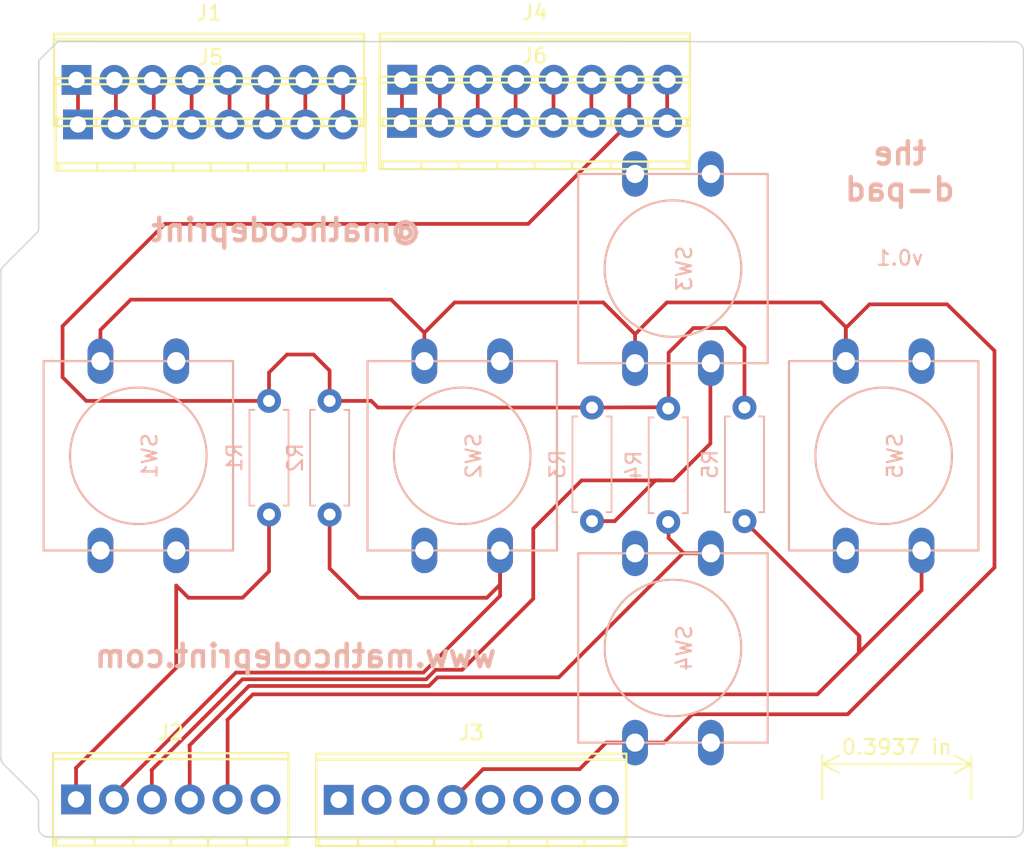
<source format=kicad_pcb>
(kicad_pcb (version 20171130) (host pcbnew 6.0.0-rc1-unknown-32d262b~66~ubuntu14.04.1)

  (general
    (thickness 1.6)
    (drawings 30)
    (tracks 133)
    (zones 0)
    (modules 16)
    (nets 23)
  )

  (page A)
  (layers
    (0 F.Cu signal)
    (31 B.Cu signal)
    (32 B.Adhes user hide)
    (33 F.Adhes user hide)
    (34 B.Paste user hide)
    (35 F.Paste user hide)
    (36 B.SilkS user)
    (37 F.SilkS user)
    (38 B.Mask user)
    (39 F.Mask user)
    (40 Dwgs.User user hide)
    (41 Cmts.User user hide)
    (42 Eco1.User user hide)
    (43 Eco2.User user hide)
    (44 Edge.Cuts user)
    (45 Margin user hide)
    (46 B.CrtYd user hide)
    (47 F.CrtYd user hide)
    (48 B.Fab user hide)
    (49 F.Fab user hide)
  )

  (setup
    (last_trace_width 0.25)
    (trace_clearance 0.2)
    (zone_clearance 0.508)
    (zone_45_only no)
    (trace_min 0.2)
    (via_size 0.8)
    (via_drill 0.4)
    (via_min_size 0.4)
    (via_min_drill 0.3)
    (uvia_size 0.3)
    (uvia_drill 0.1)
    (uvias_allowed no)
    (uvia_min_size 0.2)
    (uvia_min_drill 0.1)
    (edge_width 0.05)
    (segment_width 0.2)
    (pcb_text_width 0.3)
    (pcb_text_size 1.5 1.5)
    (mod_edge_width 0.12)
    (mod_text_size 1 1)
    (mod_text_width 0.15)
    (pad_size 3.048 1.7272)
    (pad_drill 1.2192)
    (pad_to_mask_clearance 0.2)
    (aux_axis_origin 0 0)
    (visible_elements 7FFFF7FF)
    (pcbplotparams
      (layerselection 0x010fc_ffffffff)
      (usegerberextensions false)
      (usegerberattributes false)
      (usegerberadvancedattributes false)
      (creategerberjobfile false)
      (excludeedgelayer true)
      (linewidth 0.100000)
      (plotframeref false)
      (viasonmask false)
      (mode 1)
      (useauxorigin false)
      (hpglpennumber 1)
      (hpglpenspeed 20)
      (hpglpendiameter 15.000000)
      (psnegative false)
      (psa4output false)
      (plotreference true)
      (plotvalue true)
      (plotinvisibletext false)
      (padsonsilk false)
      (subtractmaskfromsilk false)
      (outputformat 1)
      (mirror false)
      (drillshape 0)
      (scaleselection 1)
      (outputdirectory "plots/"))
  )

  (net 0 "")
  (net 1 "Net-(J2-Pad5)")
  (net 2 "Net-(J2-Pad3)")
  (net 3 "Net-(J2-Pad2)")
  (net 4 "Net-(J2-Pad1)")
  (net 5 "Net-(J2-Pad4)")
  (net 6 "Net-(J3-Pad3)")
  (net 7 "Net-(J3-Pad4)")
  (net 8 "Net-(J1-Pad8)")
  (net 9 "Net-(J1-Pad7)")
  (net 10 "Net-(J1-Pad6)")
  (net 11 "Net-(J1-Pad5)")
  (net 12 "Net-(J1-Pad3)")
  (net 13 "Net-(J1-Pad2)")
  (net 14 "Net-(J1-Pad1)")
  (net 15 "Net-(J1-Pad4)")
  (net 16 "Net-(J4-Pad8)")
  (net 17 "Net-(J4-Pad6)")
  (net 18 "Net-(J4-Pad5)")
  (net 19 "Net-(J4-Pad3)")
  (net 20 "Net-(J4-Pad2)")
  (net 21 "Net-(J4-Pad1)")
  (net 22 "Net-(J4-Pad4)")

  (net_class Default "This is the default net class."
    (clearance 0.2)
    (trace_width 0.25)
    (via_dia 0.8)
    (via_drill 0.4)
    (uvia_dia 0.3)
    (uvia_drill 0.1)
    (add_net "Net-(J1-Pad1)")
    (add_net "Net-(J1-Pad2)")
    (add_net "Net-(J1-Pad3)")
    (add_net "Net-(J1-Pad4)")
    (add_net "Net-(J1-Pad5)")
    (add_net "Net-(J1-Pad6)")
    (add_net "Net-(J1-Pad7)")
    (add_net "Net-(J1-Pad8)")
    (add_net "Net-(J2-Pad1)")
    (add_net "Net-(J2-Pad2)")
    (add_net "Net-(J2-Pad3)")
    (add_net "Net-(J2-Pad4)")
    (add_net "Net-(J2-Pad5)")
    (add_net "Net-(J3-Pad3)")
    (add_net "Net-(J3-Pad4)")
    (add_net "Net-(J4-Pad1)")
    (add_net "Net-(J4-Pad2)")
    (add_net "Net-(J4-Pad3)")
    (add_net "Net-(J4-Pad4)")
    (add_net "Net-(J4-Pad5)")
    (add_net "Net-(J4-Pad6)")
    (add_net "Net-(J4-Pad8)")
  )

  (module Buttons_Switches_THT:SW_PUSH-12mm (layer B.Cu) (tedit 5BB39807) (tstamp 5B8FFCF5)
    (at 173.4185 46.2595 90)
    (path /5B8EE7D8)
    (fp_text reference SW5 (at 0 0.762 90) (layer B.SilkS)
      (effects (font (size 1 1) (thickness 0.15)) (justify mirror))
    )
    (fp_text value SW_Push (at 0 -1.016 90) (layer B.Fab)
      (effects (font (size 1 1) (thickness 0.15)) (justify mirror))
    )
    (fp_circle (center 0 0) (end 3.81 -2.54) (layer B.SilkS) (width 0.15))
    (fp_line (start -6.35 6.35) (end 6.35 6.35) (layer B.SilkS) (width 0.15))
    (fp_line (start 6.35 6.35) (end 6.35 -6.35) (layer B.SilkS) (width 0.15))
    (fp_line (start 6.35 -6.35) (end -6.35 -6.35) (layer B.SilkS) (width 0.15))
    (fp_line (start -6.35 -6.35) (end -6.35 6.35) (layer B.SilkS) (width 0.15))
    (pad 1 thru_hole oval (at 6.35 2.54 270) (size 3.048 1.7272) (drill 1.2192) (layers *.Cu *.Mask)
      (net 1 "Net-(J2-Pad5)"))
    (pad 2 thru_hole oval (at 6.35 -2.54 270) (size 3.048 1.7272) (drill 1.2192) (layers *.Cu *.Mask)
      (net 7 "Net-(J3-Pad4)"))
    (pad 1 thru_hole oval (at -6.35 2.54 270) (size 3.048 1.7272) (drill 1.2192) (layers *.Cu *.Mask)
      (net 1 "Net-(J2-Pad5)"))
    (pad 2 thru_hole oval (at -6.35 -2.54 270) (size 3.048 1.7272) (drill 1.2192) (layers *.Cu *.Mask)
      (net 7 "Net-(J3-Pad4)"))
    (model ${KISYS3DMOD}/Button_Switch_THT.3dshapes/SW_PUSH_12mm.step
      (offset (xyz 0 0 1.5))
      (scale (xyz 1 1 1))
      (rotate (xyz 0 0 90))
    )
  )

  (module Buttons_Switches_THT:SW_PUSH-12mm (layer B.Cu) (tedit 5BB39807) (tstamp 5B8FFCE8)
    (at 159.28975 59.15 90)
    (path /5B8EE779)
    (fp_text reference SW4 (at 0 0.762 90) (layer B.SilkS)
      (effects (font (size 1 1) (thickness 0.15)) (justify mirror))
    )
    (fp_text value SW_Push (at 0 -1.016 90) (layer B.Fab)
      (effects (font (size 1 1) (thickness 0.15)) (justify mirror))
    )
    (fp_circle (center 0 0) (end 3.81 -2.54) (layer B.SilkS) (width 0.15))
    (fp_line (start -6.35 6.35) (end 6.35 6.35) (layer B.SilkS) (width 0.15))
    (fp_line (start 6.35 6.35) (end 6.35 -6.35) (layer B.SilkS) (width 0.15))
    (fp_line (start 6.35 -6.35) (end -6.35 -6.35) (layer B.SilkS) (width 0.15))
    (fp_line (start -6.35 -6.35) (end -6.35 6.35) (layer B.SilkS) (width 0.15))
    (pad 1 thru_hole oval (at 6.35 2.54 270) (size 3.048 1.7272) (drill 1.2192) (layers *.Cu *.Mask)
      (net 5 "Net-(J2-Pad4)"))
    (pad 2 thru_hole oval (at 6.35 -2.54 270) (size 3.048 1.7272) (drill 1.2192) (layers *.Cu *.Mask)
      (net 7 "Net-(J3-Pad4)"))
    (pad 1 thru_hole oval (at -6.35 2.54 270) (size 3.048 1.7272) (drill 1.2192) (layers *.Cu *.Mask)
      (net 5 "Net-(J2-Pad4)"))
    (pad 2 thru_hole oval (at -6.35 -2.54 270) (size 3.048 1.7272) (drill 1.2192) (layers *.Cu *.Mask)
      (net 7 "Net-(J3-Pad4)"))
    (model ${KISYS3DMOD}/Button_Switch_THT.3dshapes/SW_PUSH_12mm.step
      (offset (xyz 0 0 1.5))
      (scale (xyz 1 1 1))
      (rotate (xyz 0 0 90))
    )
  )

  (module Buttons_Switches_THT:SW_PUSH-12mm (layer B.Cu) (tedit 5BB39807) (tstamp 5BB4D104)
    (at 159.28975 33.7 90)
    (path /5B8EE715)
    (fp_text reference SW3 (at 0 0.762 90) (layer B.SilkS)
      (effects (font (size 1 1) (thickness 0.15)) (justify mirror))
    )
    (fp_text value SW_Push (at 0 -1.016 90) (layer B.Fab)
      (effects (font (size 1 1) (thickness 0.15)) (justify mirror))
    )
    (fp_circle (center 0 0) (end 3.81 -2.54) (layer B.SilkS) (width 0.15))
    (fp_line (start -6.35 6.35) (end 6.35 6.35) (layer B.SilkS) (width 0.15))
    (fp_line (start 6.35 6.35) (end 6.35 -6.35) (layer B.SilkS) (width 0.15))
    (fp_line (start 6.35 -6.35) (end -6.35 -6.35) (layer B.SilkS) (width 0.15))
    (fp_line (start -6.35 -6.35) (end -6.35 6.35) (layer B.SilkS) (width 0.15))
    (pad 1 thru_hole oval (at 6.35 2.54 270) (size 3.048 1.7272) (drill 1.2192) (layers *.Cu *.Mask)
      (net 2 "Net-(J2-Pad3)"))
    (pad 2 thru_hole oval (at 6.35 -2.54 270) (size 3.048 1.7272) (drill 1.2192) (layers *.Cu *.Mask)
      (net 7 "Net-(J3-Pad4)"))
    (pad 1 thru_hole oval (at -6.35 2.54 270) (size 3.048 1.7272) (drill 1.2192) (layers *.Cu *.Mask)
      (net 2 "Net-(J2-Pad3)"))
    (pad 2 thru_hole oval (at -6.35 -2.54 270) (size 3.048 1.7272) (drill 1.2192) (layers *.Cu *.Mask)
      (net 7 "Net-(J3-Pad4)"))
    (model ${KISYS3DMOD}/Button_Switch_THT.3dshapes/SW_PUSH_12mm.step
      (offset (xyz 0 0 1.5))
      (scale (xyz 1 1 1))
      (rotate (xyz 0 0 90))
    )
  )

  (module Buttons_Switches_THT:SW_PUSH-12mm (layer B.Cu) (tedit 5BB39807) (tstamp 5B8FFEEA)
    (at 145.161 46.2595 90)
    (path /5B8EE6B2)
    (fp_text reference SW2 (at 0 0.762 90) (layer B.SilkS)
      (effects (font (size 1 1) (thickness 0.15)) (justify mirror))
    )
    (fp_text value SW_Push (at 0 -1.016 90) (layer B.Fab)
      (effects (font (size 1 1) (thickness 0.15)) (justify mirror))
    )
    (fp_circle (center 0 0) (end 3.81 -2.54) (layer B.SilkS) (width 0.15))
    (fp_line (start -6.35 6.35) (end 6.35 6.35) (layer B.SilkS) (width 0.15))
    (fp_line (start 6.35 6.35) (end 6.35 -6.35) (layer B.SilkS) (width 0.15))
    (fp_line (start 6.35 -6.35) (end -6.35 -6.35) (layer B.SilkS) (width 0.15))
    (fp_line (start -6.35 -6.35) (end -6.35 6.35) (layer B.SilkS) (width 0.15))
    (pad 1 thru_hole oval (at 6.35 2.54 270) (size 3.048 1.7272) (drill 1.2192) (layers *.Cu *.Mask)
      (net 3 "Net-(J2-Pad2)"))
    (pad 2 thru_hole oval (at 6.35 -2.54 270) (size 3.048 1.7272) (drill 1.2192) (layers *.Cu *.Mask)
      (net 7 "Net-(J3-Pad4)"))
    (pad 1 thru_hole oval (at -6.35 2.54 270) (size 3.048 1.7272) (drill 1.2192) (layers *.Cu *.Mask)
      (net 3 "Net-(J2-Pad2)"))
    (pad 2 thru_hole oval (at -6.35 -2.54 270) (size 3.048 1.7272) (drill 1.2192) (layers *.Cu *.Mask)
      (net 7 "Net-(J3-Pad4)"))
    (model ${KISYS3DMOD}/Button_Switch_THT.3dshapes/SW_PUSH_12mm.step
      (offset (xyz 0 0 1.5))
      (scale (xyz 1 1 1))
      (rotate (xyz 0 0 90))
    )
  )

  (module Buttons_Switches_THT:SW_PUSH-12mm (layer B.Cu) (tedit 5BB39807) (tstamp 5B8F48B3)
    (at 123.444 46.2595 90)
    (path /5B8EE636)
    (fp_text reference SW1 (at 0 0.762 90) (layer B.SilkS)
      (effects (font (size 1 1) (thickness 0.15)) (justify mirror))
    )
    (fp_text value SW_Push (at 0 -1.016 90) (layer B.Fab)
      (effects (font (size 1 1) (thickness 0.15)) (justify mirror))
    )
    (fp_circle (center 0 0) (end 3.81 -2.54) (layer B.SilkS) (width 0.15))
    (fp_line (start -6.35 6.35) (end 6.35 6.35) (layer B.SilkS) (width 0.15))
    (fp_line (start 6.35 6.35) (end 6.35 -6.35) (layer B.SilkS) (width 0.15))
    (fp_line (start 6.35 -6.35) (end -6.35 -6.35) (layer B.SilkS) (width 0.15))
    (fp_line (start -6.35 -6.35) (end -6.35 6.35) (layer B.SilkS) (width 0.15))
    (pad 1 thru_hole oval (at 6.35 2.54 270) (size 3.048 1.7272) (drill 1.2192) (layers *.Cu *.Mask)
      (net 4 "Net-(J2-Pad1)"))
    (pad 2 thru_hole oval (at 6.35 -2.54 270) (size 3.048 1.7272) (drill 1.2192) (layers *.Cu *.Mask)
      (net 7 "Net-(J3-Pad4)"))
    (pad 1 thru_hole oval (at -6.35 2.54 270) (size 3.048 1.7272) (drill 1.2192) (layers *.Cu *.Mask)
      (net 4 "Net-(J2-Pad1)"))
    (pad 2 thru_hole oval (at -6.35 -2.54 270) (size 3.048 1.7272) (drill 1.2192) (layers *.Cu *.Mask)
      (net 7 "Net-(J3-Pad4)"))
    (model ${KISYS3DMOD}/Button_Switch_THT.3dshapes/SW_PUSH_12mm.step
      (offset (xyz 0 0 1.5))
      (scale (xyz 1 1 1))
      (rotate (xyz 0 0 90))
    )
  )

  (module Connectors_Terminal_Blocks:TerminalBlock_Pheonix_MPT-2.54mm_8pol (layer F.Cu) (tedit 0) (tstamp 5BB4C517)
    (at 141.12 23.92)
    (descr "8-way 2.54mm pitch terminal block, Phoenix MPT series")
    (path /5BB3A947)
    (fp_text reference J6 (at 8.89 -4.50088) (layer F.SilkS)
      (effects (font (size 1 1) (thickness 0.15)))
    )
    (fp_text value Digital_Pins_8_13_GND_AREF (at 8.89 4.50088) (layer F.Fab)
      (effects (font (size 1 1) (thickness 0.15)))
    )
    (fp_line (start -1.50622 -3.0988) (end -1.50622 3.0988) (layer F.SilkS) (width 0.15))
    (fp_line (start 19.28622 3.0988) (end 19.28622 -3.0988) (layer F.SilkS) (width 0.15))
    (fp_line (start 1.2954 3.0988) (end 1.2954 2.60096) (layer F.SilkS) (width 0.15))
    (fp_line (start 19.0881 2.60096) (end 19.0881 3.0988) (layer F.SilkS) (width 0.15))
    (fp_line (start -1.3081 3.0988) (end -1.3081 2.60096) (layer F.SilkS) (width 0.15))
    (fp_line (start 3.79222 2.60096) (end 3.79222 3.0988) (layer F.SilkS) (width 0.15))
    (fp_line (start 6.39064 2.60096) (end 6.39064 3.0988) (layer F.SilkS) (width 0.15))
    (fp_line (start 11.3919 2.60096) (end 11.3919 3.0988) (layer F.SilkS) (width 0.15))
    (fp_line (start 13.99032 2.60096) (end 13.99032 3.0988) (layer F.SilkS) (width 0.15))
    (fp_line (start 16.48968 2.60096) (end 16.48968 3.0988) (layer F.SilkS) (width 0.15))
    (fp_line (start 8.89 2.60096) (end 8.89 3.0988) (layer F.SilkS) (width 0.15))
    (fp_line (start -1.50876 2.60096) (end 19.28876 2.60096) (layer F.SilkS) (width 0.15))
    (fp_line (start 19.28876 3.0988) (end -1.50876 3.0988) (layer F.SilkS) (width 0.15))
    (fp_line (start -1.50876 -2.70002) (end 19.28876 -2.70002) (layer F.SilkS) (width 0.15))
    (fp_line (start 19.28876 -3.0988) (end -1.50876 -3.0988) (layer F.SilkS) (width 0.15))
    (fp_line (start 19.558 -3.302) (end 19.558 3.302) (layer F.CrtYd) (width 0.05))
    (fp_line (start 19.558 3.302) (end -1.778 3.302) (layer F.CrtYd) (width 0.05))
    (fp_line (start -1.778 3.302) (end -1.778 -3.302) (layer F.CrtYd) (width 0.05))
    (fp_line (start -1.778 -3.302) (end 19.558 -3.302) (layer F.CrtYd) (width 0.05))
    (pad 8 thru_hole oval (at 17.78 0 180) (size 1.99898 1.99898) (drill 1.09728) (layers *.Cu *.Mask)
      (net 16 "Net-(J4-Pad8)"))
    (pad 7 thru_hole oval (at 15.24 0 180) (size 1.99898 1.99898) (drill 1.09728) (layers *.Cu *.Mask)
      (net 6 "Net-(J3-Pad3)"))
    (pad 6 thru_hole oval (at 12.7 0 180) (size 1.99898 1.99898) (drill 1.09728) (layers *.Cu *.Mask)
      (net 17 "Net-(J4-Pad6)"))
    (pad 5 thru_hole oval (at 10.16 0 180) (size 1.99898 1.99898) (drill 1.09728) (layers *.Cu *.Mask)
      (net 18 "Net-(J4-Pad5)"))
    (pad 3 thru_hole oval (at 5.08 0 180) (size 1.99898 1.99898) (drill 1.09728) (layers *.Cu *.Mask)
      (net 19 "Net-(J4-Pad3)"))
    (pad 2 thru_hole oval (at 2.54 0 180) (size 1.99898 1.99898) (drill 1.09728) (layers *.Cu *.Mask)
      (net 20 "Net-(J4-Pad2)"))
    (pad 1 thru_hole rect (at 0 0 180) (size 1.99898 1.99898) (drill 1.09728) (layers *.Cu *.Mask)
      (net 21 "Net-(J4-Pad1)"))
    (pad 4 thru_hole oval (at 7.62 0 180) (size 1.99898 1.99898) (drill 1.09728) (layers *.Cu *.Mask)
      (net 22 "Net-(J4-Pad4)"))
    (model Terminal_Blocks.3dshapes/TerminalBlock_Pheonix_MPT-2.54mm_8pol.wrl
      (offset (xyz 8.889999866485596 0 0))
      (scale (xyz 1 1 1))
      (rotate (xyz 0 0 0))
    )
  )

  (module Connectors_Terminal_Blocks:TerminalBlock_Pheonix_MPT-2.54mm_8pol (layer F.Cu) (tedit 0) (tstamp 5BB4C478)
    (at 119.4 24.03)
    (descr "8-way 2.54mm pitch terminal block, Phoenix MPT series")
    (path /5BB3A9AF)
    (fp_text reference J5 (at 8.89 -4.50088) (layer F.SilkS)
      (effects (font (size 1 1) (thickness 0.15)))
    )
    (fp_text value Digital_0_7 (at 8.89 4.50088) (layer F.Fab)
      (effects (font (size 1 1) (thickness 0.15)))
    )
    (fp_line (start -1.50622 -3.0988) (end -1.50622 3.0988) (layer F.SilkS) (width 0.15))
    (fp_line (start 19.28622 3.0988) (end 19.28622 -3.0988) (layer F.SilkS) (width 0.15))
    (fp_line (start 1.2954 3.0988) (end 1.2954 2.60096) (layer F.SilkS) (width 0.15))
    (fp_line (start 19.0881 2.60096) (end 19.0881 3.0988) (layer F.SilkS) (width 0.15))
    (fp_line (start -1.3081 3.0988) (end -1.3081 2.60096) (layer F.SilkS) (width 0.15))
    (fp_line (start 3.79222 2.60096) (end 3.79222 3.0988) (layer F.SilkS) (width 0.15))
    (fp_line (start 6.39064 2.60096) (end 6.39064 3.0988) (layer F.SilkS) (width 0.15))
    (fp_line (start 11.3919 2.60096) (end 11.3919 3.0988) (layer F.SilkS) (width 0.15))
    (fp_line (start 13.99032 2.60096) (end 13.99032 3.0988) (layer F.SilkS) (width 0.15))
    (fp_line (start 16.48968 2.60096) (end 16.48968 3.0988) (layer F.SilkS) (width 0.15))
    (fp_line (start 8.89 2.60096) (end 8.89 3.0988) (layer F.SilkS) (width 0.15))
    (fp_line (start -1.50876 2.60096) (end 19.28876 2.60096) (layer F.SilkS) (width 0.15))
    (fp_line (start 19.28876 3.0988) (end -1.50876 3.0988) (layer F.SilkS) (width 0.15))
    (fp_line (start -1.50876 -2.70002) (end 19.28876 -2.70002) (layer F.SilkS) (width 0.15))
    (fp_line (start 19.28876 -3.0988) (end -1.50876 -3.0988) (layer F.SilkS) (width 0.15))
    (fp_line (start 19.558 -3.302) (end 19.558 3.302) (layer F.CrtYd) (width 0.05))
    (fp_line (start 19.558 3.302) (end -1.778 3.302) (layer F.CrtYd) (width 0.05))
    (fp_line (start -1.778 3.302) (end -1.778 -3.302) (layer F.CrtYd) (width 0.05))
    (fp_line (start -1.778 -3.302) (end 19.558 -3.302) (layer F.CrtYd) (width 0.05))
    (pad 8 thru_hole oval (at 17.78 0 180) (size 1.99898 1.99898) (drill 1.09728) (layers *.Cu *.Mask)
      (net 8 "Net-(J1-Pad8)"))
    (pad 7 thru_hole oval (at 15.24 0 180) (size 1.99898 1.99898) (drill 1.09728) (layers *.Cu *.Mask)
      (net 9 "Net-(J1-Pad7)"))
    (pad 6 thru_hole oval (at 12.7 0 180) (size 1.99898 1.99898) (drill 1.09728) (layers *.Cu *.Mask)
      (net 10 "Net-(J1-Pad6)"))
    (pad 5 thru_hole oval (at 10.16 0 180) (size 1.99898 1.99898) (drill 1.09728) (layers *.Cu *.Mask)
      (net 11 "Net-(J1-Pad5)"))
    (pad 3 thru_hole oval (at 5.08 0 180) (size 1.99898 1.99898) (drill 1.09728) (layers *.Cu *.Mask)
      (net 12 "Net-(J1-Pad3)"))
    (pad 2 thru_hole oval (at 2.54 0 180) (size 1.99898 1.99898) (drill 1.09728) (layers *.Cu *.Mask)
      (net 13 "Net-(J1-Pad2)"))
    (pad 1 thru_hole rect (at 0 0 180) (size 1.99898 1.99898) (drill 1.09728) (layers *.Cu *.Mask)
      (net 14 "Net-(J1-Pad1)"))
    (pad 4 thru_hole oval (at 7.62 0 180) (size 1.99898 1.99898) (drill 1.09728) (layers *.Cu *.Mask)
      (net 15 "Net-(J1-Pad4)"))
    (model Terminal_Blocks.3dshapes/TerminalBlock_Pheonix_MPT-2.54mm_8pol.wrl
      (offset (xyz 8.889999866485596 0 0))
      (scale (xyz 1 1 1))
      (rotate (xyz 0 0 0))
    )
  )

  (module Connectors_Terminal_Blocks:TerminalBlock_Pheonix_MPT-2.54mm_8pol (layer F.Cu) (tedit 0) (tstamp 5BA0F47A)
    (at 141.14 21.03)
    (descr "8-way 2.54mm pitch terminal block, Phoenix MPT series")
    (path /5BA251FA)
    (fp_text reference J4 (at 8.89 -4.50088) (layer F.SilkS)
      (effects (font (size 1 1) (thickness 0.15)))
    )
    (fp_text value Digital_Pins_8_13_GND_AREF (at 8.89 4.50088) (layer F.Fab)
      (effects (font (size 1 1) (thickness 0.15)))
    )
    (fp_line (start -1.50622 -3.0988) (end -1.50622 3.0988) (layer F.SilkS) (width 0.15))
    (fp_line (start 19.28622 3.0988) (end 19.28622 -3.0988) (layer F.SilkS) (width 0.15))
    (fp_line (start 1.2954 3.0988) (end 1.2954 2.60096) (layer F.SilkS) (width 0.15))
    (fp_line (start 19.0881 2.60096) (end 19.0881 3.0988) (layer F.SilkS) (width 0.15))
    (fp_line (start -1.3081 3.0988) (end -1.3081 2.60096) (layer F.SilkS) (width 0.15))
    (fp_line (start 3.79222 2.60096) (end 3.79222 3.0988) (layer F.SilkS) (width 0.15))
    (fp_line (start 6.39064 2.60096) (end 6.39064 3.0988) (layer F.SilkS) (width 0.15))
    (fp_line (start 11.3919 2.60096) (end 11.3919 3.0988) (layer F.SilkS) (width 0.15))
    (fp_line (start 13.99032 2.60096) (end 13.99032 3.0988) (layer F.SilkS) (width 0.15))
    (fp_line (start 16.48968 2.60096) (end 16.48968 3.0988) (layer F.SilkS) (width 0.15))
    (fp_line (start 8.89 2.60096) (end 8.89 3.0988) (layer F.SilkS) (width 0.15))
    (fp_line (start -1.50876 2.60096) (end 19.28876 2.60096) (layer F.SilkS) (width 0.15))
    (fp_line (start 19.28876 3.0988) (end -1.50876 3.0988) (layer F.SilkS) (width 0.15))
    (fp_line (start -1.50876 -2.70002) (end 19.28876 -2.70002) (layer F.SilkS) (width 0.15))
    (fp_line (start 19.28876 -3.0988) (end -1.50876 -3.0988) (layer F.SilkS) (width 0.15))
    (fp_line (start 19.558 -3.302) (end 19.558 3.302) (layer F.CrtYd) (width 0.05))
    (fp_line (start 19.558 3.302) (end -1.778 3.302) (layer F.CrtYd) (width 0.05))
    (fp_line (start -1.778 3.302) (end -1.778 -3.302) (layer F.CrtYd) (width 0.05))
    (fp_line (start -1.778 -3.302) (end 19.558 -3.302) (layer F.CrtYd) (width 0.05))
    (pad 8 thru_hole oval (at 17.78 0 180) (size 1.99898 1.99898) (drill 1.09728) (layers *.Cu *.Mask)
      (net 16 "Net-(J4-Pad8)"))
    (pad 7 thru_hole oval (at 15.24 0 180) (size 1.99898 1.99898) (drill 1.09728) (layers *.Cu *.Mask)
      (net 6 "Net-(J3-Pad3)"))
    (pad 6 thru_hole oval (at 12.7 0 180) (size 1.99898 1.99898) (drill 1.09728) (layers *.Cu *.Mask)
      (net 17 "Net-(J4-Pad6)"))
    (pad 5 thru_hole oval (at 10.16 0 180) (size 1.99898 1.99898) (drill 1.09728) (layers *.Cu *.Mask)
      (net 18 "Net-(J4-Pad5)"))
    (pad 3 thru_hole oval (at 5.08 0 180) (size 1.99898 1.99898) (drill 1.09728) (layers *.Cu *.Mask)
      (net 19 "Net-(J4-Pad3)"))
    (pad 2 thru_hole oval (at 2.54 0 180) (size 1.99898 1.99898) (drill 1.09728) (layers *.Cu *.Mask)
      (net 20 "Net-(J4-Pad2)"))
    (pad 1 thru_hole rect (at 0 0 180) (size 1.99898 1.99898) (drill 1.09728) (layers *.Cu *.Mask)
      (net 21 "Net-(J4-Pad1)"))
    (pad 4 thru_hole oval (at 7.62 0 180) (size 1.99898 1.99898) (drill 1.09728) (layers *.Cu *.Mask)
      (net 22 "Net-(J4-Pad4)"))
    (model Terminal_Blocks.3dshapes/TerminalBlock_Pheonix_MPT-2.54mm_8pol.wrl
      (offset (xyz 8.890000000000001 0 0))
      (scale (xyz 1 1 1))
      (rotate (xyz -0 0 0))
    )
    (model ${KISYS3DMOD}/Connector_PinHeader_2.54mm.3dshapes/PinHeader_1x08_P2.54mm_Vertical.wrl
      (at (xyz 0 0 0))
      (scale (xyz 1 1 1))
      (rotate (xyz 0 0 -90))
    )
  )

  (module Connectors_Terminal_Blocks:TerminalBlock_Pheonix_MPT-2.54mm_8pol (layer F.Cu) (tedit 0) (tstamp 5BA0F3DB)
    (at 136.88 69.34)
    (descr "8-way 2.54mm pitch terminal block, Phoenix MPT series")
    (path /5BA102E8)
    (fp_text reference J3 (at 8.89 -4.50088) (layer F.SilkS)
      (effects (font (size 1 1) (thickness 0.15)))
    )
    (fp_text value Power (at 8.89 4.50088) (layer F.Fab)
      (effects (font (size 1 1) (thickness 0.15)))
    )
    (fp_line (start -1.50622 -3.0988) (end -1.50622 3.0988) (layer F.SilkS) (width 0.15))
    (fp_line (start 19.28622 3.0988) (end 19.28622 -3.0988) (layer F.SilkS) (width 0.15))
    (fp_line (start 1.2954 3.0988) (end 1.2954 2.60096) (layer F.SilkS) (width 0.15))
    (fp_line (start 19.0881 2.60096) (end 19.0881 3.0988) (layer F.SilkS) (width 0.15))
    (fp_line (start -1.3081 3.0988) (end -1.3081 2.60096) (layer F.SilkS) (width 0.15))
    (fp_line (start 3.79222 2.60096) (end 3.79222 3.0988) (layer F.SilkS) (width 0.15))
    (fp_line (start 6.39064 2.60096) (end 6.39064 3.0988) (layer F.SilkS) (width 0.15))
    (fp_line (start 11.3919 2.60096) (end 11.3919 3.0988) (layer F.SilkS) (width 0.15))
    (fp_line (start 13.99032 2.60096) (end 13.99032 3.0988) (layer F.SilkS) (width 0.15))
    (fp_line (start 16.48968 2.60096) (end 16.48968 3.0988) (layer F.SilkS) (width 0.15))
    (fp_line (start 8.89 2.60096) (end 8.89 3.0988) (layer F.SilkS) (width 0.15))
    (fp_line (start -1.50876 2.60096) (end 19.28876 2.60096) (layer F.SilkS) (width 0.15))
    (fp_line (start 19.28876 3.0988) (end -1.50876 3.0988) (layer F.SilkS) (width 0.15))
    (fp_line (start -1.50876 -2.70002) (end 19.28876 -2.70002) (layer F.SilkS) (width 0.15))
    (fp_line (start 19.28876 -3.0988) (end -1.50876 -3.0988) (layer F.SilkS) (width 0.15))
    (fp_line (start 19.558 -3.302) (end 19.558 3.302) (layer F.CrtYd) (width 0.05))
    (fp_line (start 19.558 3.302) (end -1.778 3.302) (layer F.CrtYd) (width 0.05))
    (fp_line (start -1.778 3.302) (end -1.778 -3.302) (layer F.CrtYd) (width 0.05))
    (fp_line (start -1.778 -3.302) (end 19.558 -3.302) (layer F.CrtYd) (width 0.05))
    (pad 8 thru_hole oval (at 17.78 0 180) (size 1.99898 1.99898) (drill 1.09728) (layers *.Cu *.Mask))
    (pad 7 thru_hole oval (at 15.24 0 180) (size 1.99898 1.99898) (drill 1.09728) (layers *.Cu *.Mask))
    (pad 6 thru_hole oval (at 12.7 0 180) (size 1.99898 1.99898) (drill 1.09728) (layers *.Cu *.Mask))
    (pad 5 thru_hole oval (at 10.16 0 180) (size 1.99898 1.99898) (drill 1.09728) (layers *.Cu *.Mask))
    (pad 3 thru_hole oval (at 5.08 0 180) (size 1.99898 1.99898) (drill 1.09728) (layers *.Cu *.Mask)
      (net 6 "Net-(J3-Pad3)"))
    (pad 2 thru_hole oval (at 2.54 0 180) (size 1.99898 1.99898) (drill 1.09728) (layers *.Cu *.Mask))
    (pad 1 thru_hole rect (at 0 0 180) (size 1.99898 1.99898) (drill 1.09728) (layers *.Cu *.Mask))
    (pad 4 thru_hole oval (at 7.62 0 180) (size 1.99898 1.99898) (drill 1.09728) (layers *.Cu *.Mask)
      (net 7 "Net-(J3-Pad4)"))
    (model Terminal_Blocks.3dshapes/TerminalBlock_Pheonix_MPT-2.54mm_8pol.wrl
      (offset (xyz 8.890000000000001 0 0))
      (scale (xyz 1 1 1))
      (rotate (xyz 0 0 0))
    )
    (model ${KISYS3DMOD}/Connector_PinHeader_2.54mm.3dshapes/PinHeader_1x08_P2.54mm_Vertical.wrl
      (at (xyz 0 0 0))
      (scale (xyz 1 1 1))
      (rotate (xyz 0 0 -90))
    )
  )

  (module Connectors_Terminal_Blocks:TerminalBlock_Pheonix_MPT-2.54mm_6pol (layer F.Cu) (tedit 0) (tstamp 5BA0F33C)
    (at 119.27 69.31)
    (descr "6-way 2.54mm pitch terminal block, Phoenix MPT series")
    (path /5BA10107)
    (fp_text reference J2 (at 6.35 -4.50088) (layer F.SilkS)
      (effects (font (size 1 1) (thickness 0.15)))
    )
    (fp_text value Analog_0_5 (at 6.35 4.50088) (layer F.Fab)
      (effects (font (size 1 1) (thickness 0.15)))
    )
    (fp_line (start -1.54432 -3.0988) (end -1.54432 3.0988) (layer F.SilkS) (width 0.15))
    (fp_line (start 14.24432 3.0988) (end 14.24432 -3.0988) (layer F.SilkS) (width 0.15))
    (fp_line (start 1.25222 3.0988) (end 1.25222 2.60096) (layer F.SilkS) (width 0.15))
    (fp_line (start 14.0462 2.60096) (end 14.0462 3.0988) (layer F.SilkS) (width 0.15))
    (fp_line (start -1.3462 3.0988) (end -1.3462 2.60096) (layer F.SilkS) (width 0.15))
    (fp_line (start 3.85064 2.60096) (end 3.85064 3.0988) (layer F.SilkS) (width 0.15))
    (fp_line (start 6.34746 2.60096) (end 6.34746 3.0988) (layer F.SilkS) (width 0.15))
    (fp_line (start 8.84936 2.60096) (end 8.84936 3.0988) (layer F.SilkS) (width 0.15))
    (fp_line (start 11.45032 2.60096) (end 11.45032 3.0988) (layer F.SilkS) (width 0.15))
    (fp_line (start 14.2494 2.60096) (end -1.5494 2.60096) (layer F.SilkS) (width 0.15))
    (fp_line (start -1.5494 3.0988) (end 14.2494 3.0988) (layer F.SilkS) (width 0.15))
    (fp_line (start 14.2494 -2.70002) (end -1.5494 -2.70002) (layer F.SilkS) (width 0.15))
    (fp_line (start 14.2494 -3.0988) (end -1.5494 -3.0988) (layer F.SilkS) (width 0.15))
    (fp_line (start 14.478 -3.302) (end 14.478 3.302) (layer F.CrtYd) (width 0.05))
    (fp_line (start 14.478 3.302) (end -1.778 3.302) (layer F.CrtYd) (width 0.05))
    (fp_line (start -1.778 3.302) (end -1.778 -3.302) (layer F.CrtYd) (width 0.05))
    (fp_line (start -1.778 -3.302) (end 14.478 -3.302) (layer F.CrtYd) (width 0.05))
    (pad 6 thru_hole oval (at 12.7 0 180) (size 1.99898 1.99898) (drill 1.09728) (layers *.Cu *.Mask))
    (pad 5 thru_hole oval (at 10.16 0 180) (size 1.99898 1.99898) (drill 1.09728) (layers *.Cu *.Mask)
      (net 1 "Net-(J2-Pad5)"))
    (pad 3 thru_hole oval (at 5.08 0 180) (size 1.99898 1.99898) (drill 1.09728) (layers *.Cu *.Mask)
      (net 2 "Net-(J2-Pad3)"))
    (pad 2 thru_hole oval (at 2.54 0 180) (size 1.99898 1.99898) (drill 1.09728) (layers *.Cu *.Mask)
      (net 3 "Net-(J2-Pad2)"))
    (pad 1 thru_hole rect (at 0 0 180) (size 1.99898 1.99898) (drill 1.09728) (layers *.Cu *.Mask)
      (net 4 "Net-(J2-Pad1)"))
    (pad 4 thru_hole oval (at 7.62 0 180) (size 1.99898 1.99898) (drill 1.09728) (layers *.Cu *.Mask)
      (net 5 "Net-(J2-Pad4)"))
    (model Terminal_Blocks.3dshapes/TerminalBlock_Pheonix_MPT-2.54mm_6pol.wrl
      (offset (xyz 6.349999904632568 0 0))
      (scale (xyz 1 1 1))
      (rotate (xyz 0 0 0))
    )
    (model ${KISYS3DMOD}/Connector_PinHeader_2.54mm.3dshapes/PinHeader_1x06_P2.54mm_Vertical.wrl
      (at (xyz 0 0 0))
      (scale (xyz 1 1 1))
      (rotate (xyz 0 0 -90))
    )
  )

  (module Connectors_Terminal_Blocks:TerminalBlock_Pheonix_MPT-2.54mm_8pol (layer F.Cu) (tedit 0) (tstamp 5BA0F2A1)
    (at 119.3 21.04)
    (descr "8-way 2.54mm pitch terminal block, Phoenix MPT series")
    (path /5BA29833)
    (fp_text reference J1 (at 8.89 -4.50088) (layer F.SilkS)
      (effects (font (size 1 1) (thickness 0.15)))
    )
    (fp_text value Digital_0_7 (at 8.89 4.50088) (layer F.Fab)
      (effects (font (size 1 1) (thickness 0.15)))
    )
    (fp_line (start -1.50622 -3.0988) (end -1.50622 3.0988) (layer F.SilkS) (width 0.15))
    (fp_line (start 19.28622 3.0988) (end 19.28622 -3.0988) (layer F.SilkS) (width 0.15))
    (fp_line (start 1.2954 3.0988) (end 1.2954 2.60096) (layer F.SilkS) (width 0.15))
    (fp_line (start 19.0881 2.60096) (end 19.0881 3.0988) (layer F.SilkS) (width 0.15))
    (fp_line (start -1.3081 3.0988) (end -1.3081 2.60096) (layer F.SilkS) (width 0.15))
    (fp_line (start 3.79222 2.60096) (end 3.79222 3.0988) (layer F.SilkS) (width 0.15))
    (fp_line (start 6.39064 2.60096) (end 6.39064 3.0988) (layer F.SilkS) (width 0.15))
    (fp_line (start 11.3919 2.60096) (end 11.3919 3.0988) (layer F.SilkS) (width 0.15))
    (fp_line (start 13.99032 2.60096) (end 13.99032 3.0988) (layer F.SilkS) (width 0.15))
    (fp_line (start 16.48968 2.60096) (end 16.48968 3.0988) (layer F.SilkS) (width 0.15))
    (fp_line (start 8.89 2.60096) (end 8.89 3.0988) (layer F.SilkS) (width 0.15))
    (fp_line (start -1.50876 2.60096) (end 19.28876 2.60096) (layer F.SilkS) (width 0.15))
    (fp_line (start 19.28876 3.0988) (end -1.50876 3.0988) (layer F.SilkS) (width 0.15))
    (fp_line (start -1.50876 -2.70002) (end 19.28876 -2.70002) (layer F.SilkS) (width 0.15))
    (fp_line (start 19.28876 -3.0988) (end -1.50876 -3.0988) (layer F.SilkS) (width 0.15))
    (fp_line (start 19.558 -3.302) (end 19.558 3.302) (layer F.CrtYd) (width 0.05))
    (fp_line (start 19.558 3.302) (end -1.778 3.302) (layer F.CrtYd) (width 0.05))
    (fp_line (start -1.778 3.302) (end -1.778 -3.302) (layer F.CrtYd) (width 0.05))
    (fp_line (start -1.778 -3.302) (end 19.558 -3.302) (layer F.CrtYd) (width 0.05))
    (pad 8 thru_hole oval (at 17.78 0 180) (size 1.99898 1.99898) (drill 1.09728) (layers *.Cu *.Mask)
      (net 8 "Net-(J1-Pad8)"))
    (pad 7 thru_hole oval (at 15.24 0 180) (size 1.99898 1.99898) (drill 1.09728) (layers *.Cu *.Mask)
      (net 9 "Net-(J1-Pad7)"))
    (pad 6 thru_hole oval (at 12.7 0 180) (size 1.99898 1.99898) (drill 1.09728) (layers *.Cu *.Mask)
      (net 10 "Net-(J1-Pad6)"))
    (pad 5 thru_hole oval (at 10.16 0 180) (size 1.99898 1.99898) (drill 1.09728) (layers *.Cu *.Mask)
      (net 11 "Net-(J1-Pad5)"))
    (pad 3 thru_hole oval (at 5.08 0 180) (size 1.99898 1.99898) (drill 1.09728) (layers *.Cu *.Mask)
      (net 12 "Net-(J1-Pad3)"))
    (pad 2 thru_hole oval (at 2.54 0 180) (size 1.99898 1.99898) (drill 1.09728) (layers *.Cu *.Mask)
      (net 13 "Net-(J1-Pad2)"))
    (pad 1 thru_hole rect (at 0 0 180) (size 1.99898 1.99898) (drill 1.09728) (layers *.Cu *.Mask)
      (net 14 "Net-(J1-Pad1)"))
    (pad 4 thru_hole oval (at 7.62 0 180) (size 1.99898 1.99898) (drill 1.09728) (layers *.Cu *.Mask)
      (net 15 "Net-(J1-Pad4)"))
    (model Terminal_Blocks.3dshapes/TerminalBlock_Pheonix_MPT-2.54mm_8pol.wrl
      (offset (xyz 8.889999866485596 0 0))
      (scale (xyz 1 1 1))
      (rotate (xyz 0 0 0))
    )
    (model ${KISYS3DMOD}/Connector_PinHeader_2.54mm.3dshapes/PinHeader_1x08_P2.54mm_Vertical.wrl
      (at (xyz 0 0 0))
      (scale (xyz 1 1 1))
      (rotate (xyz 0 0 -90))
    )
  )

  (module Resistors_THT:R_Axial_DIN0207_L6.3mm_D2.5mm_P7.62mm_Horizontal (layer B.Cu) (tedit 5874F706) (tstamp 5B8F48A6)
    (at 132.207 42.5765 270)
    (descr "Resistor, Axial_DIN0207 series, Axial, Horizontal, pin pitch=7.62mm, 0.25W = 1/4W, length*diameter=6.3*2.5mm^2, http://cdn-reichelt.de/documents/datenblatt/B400/1_4W%23YAG.pdf")
    (tags "Resistor Axial_DIN0207 series Axial Horizontal pin pitch 7.62mm 0.25W = 1/4W length 6.3mm diameter 2.5mm")
    (path /5B8EE887)
    (fp_text reference R1 (at 3.81 2.31 270) (layer B.SilkS)
      (effects (font (size 1 1) (thickness 0.15)) (justify mirror))
    )
    (fp_text value R (at 3.81 -2.31 270) (layer B.Fab)
      (effects (font (size 1 1) (thickness 0.15)) (justify mirror))
    )
    (fp_line (start 0.66 1.25) (end 0.66 -1.25) (layer B.Fab) (width 0.1))
    (fp_line (start 0.66 -1.25) (end 6.96 -1.25) (layer B.Fab) (width 0.1))
    (fp_line (start 6.96 -1.25) (end 6.96 1.25) (layer B.Fab) (width 0.1))
    (fp_line (start 6.96 1.25) (end 0.66 1.25) (layer B.Fab) (width 0.1))
    (fp_line (start 0 0) (end 0.66 0) (layer B.Fab) (width 0.1))
    (fp_line (start 7.62 0) (end 6.96 0) (layer B.Fab) (width 0.1))
    (fp_line (start 0.6 0.98) (end 0.6 1.31) (layer B.SilkS) (width 0.12))
    (fp_line (start 0.6 1.31) (end 7.02 1.31) (layer B.SilkS) (width 0.12))
    (fp_line (start 7.02 1.31) (end 7.02 0.98) (layer B.SilkS) (width 0.12))
    (fp_line (start 0.6 -0.98) (end 0.6 -1.31) (layer B.SilkS) (width 0.12))
    (fp_line (start 0.6 -1.31) (end 7.02 -1.31) (layer B.SilkS) (width 0.12))
    (fp_line (start 7.02 -1.31) (end 7.02 -0.98) (layer B.SilkS) (width 0.12))
    (fp_line (start -1.05 1.6) (end -1.05 -1.6) (layer B.CrtYd) (width 0.05))
    (fp_line (start -1.05 -1.6) (end 8.7 -1.6) (layer B.CrtYd) (width 0.05))
    (fp_line (start 8.7 -1.6) (end 8.7 1.6) (layer B.CrtYd) (width 0.05))
    (fp_line (start 8.7 1.6) (end -1.05 1.6) (layer B.CrtYd) (width 0.05))
    (pad 1 thru_hole circle (at 0 0 270) (size 1.6 1.6) (drill 0.8) (layers *.Cu *.Mask)
      (net 6 "Net-(J3-Pad3)"))
    (pad 2 thru_hole oval (at 7.62 0 270) (size 1.6 1.6) (drill 0.8) (layers *.Cu *.Mask)
      (net 4 "Net-(J2-Pad1)"))
    (model Resistors_ThroughHole.3dshapes/R_Axial_DIN0207_L6.3mm_D2.5mm_P7.62mm_Horizontal.wrl
      (at (xyz 0 0 0))
      (scale (xyz 0.393701 0.393701 0.393701))
      (rotate (xyz 0 0 0))
    )
    (model ${KISYS3DMOD}/Resistor_THT.3dshapes/R_Axial_DIN0207_L6.3mm_D2.5mm_P7.62mm_Horizontal.wrl
      (at (xyz 0 0 0))
      (scale (xyz 1 1 1))
      (rotate (xyz 0 0 0))
    )
  )

  (module Resistors_THT:R_Axial_DIN0207_L6.3mm_D2.5mm_P7.62mm_Horizontal (layer B.Cu) (tedit 5874F706) (tstamp 5B8FFC7F)
    (at 136.271 42.5765 270)
    (descr "Resistor, Axial_DIN0207 series, Axial, Horizontal, pin pitch=7.62mm, 0.25W = 1/4W, length*diameter=6.3*2.5mm^2, http://cdn-reichelt.de/documents/datenblatt/B400/1_4W%23YAG.pdf")
    (tags "Resistor Axial_DIN0207 series Axial Horizontal pin pitch 7.62mm 0.25W = 1/4W length 6.3mm diameter 2.5mm")
    (path /5B8EE98E)
    (fp_text reference R2 (at 3.81 2.31 270) (layer B.SilkS)
      (effects (font (size 1 1) (thickness 0.15)) (justify mirror))
    )
    (fp_text value R (at 3.81 -2.31 270) (layer B.Fab)
      (effects (font (size 1 1) (thickness 0.15)) (justify mirror))
    )
    (fp_line (start 0.66 1.25) (end 0.66 -1.25) (layer B.Fab) (width 0.1))
    (fp_line (start 0.66 -1.25) (end 6.96 -1.25) (layer B.Fab) (width 0.1))
    (fp_line (start 6.96 -1.25) (end 6.96 1.25) (layer B.Fab) (width 0.1))
    (fp_line (start 6.96 1.25) (end 0.66 1.25) (layer B.Fab) (width 0.1))
    (fp_line (start 0 0) (end 0.66 0) (layer B.Fab) (width 0.1))
    (fp_line (start 7.62 0) (end 6.96 0) (layer B.Fab) (width 0.1))
    (fp_line (start 0.6 0.98) (end 0.6 1.31) (layer B.SilkS) (width 0.12))
    (fp_line (start 0.6 1.31) (end 7.02 1.31) (layer B.SilkS) (width 0.12))
    (fp_line (start 7.02 1.31) (end 7.02 0.98) (layer B.SilkS) (width 0.12))
    (fp_line (start 0.6 -0.98) (end 0.6 -1.31) (layer B.SilkS) (width 0.12))
    (fp_line (start 0.6 -1.31) (end 7.02 -1.31) (layer B.SilkS) (width 0.12))
    (fp_line (start 7.02 -1.31) (end 7.02 -0.98) (layer B.SilkS) (width 0.12))
    (fp_line (start -1.05 1.6) (end -1.05 -1.6) (layer B.CrtYd) (width 0.05))
    (fp_line (start -1.05 -1.6) (end 8.7 -1.6) (layer B.CrtYd) (width 0.05))
    (fp_line (start 8.7 -1.6) (end 8.7 1.6) (layer B.CrtYd) (width 0.05))
    (fp_line (start 8.7 1.6) (end -1.05 1.6) (layer B.CrtYd) (width 0.05))
    (pad 1 thru_hole circle (at 0 0 270) (size 1.6 1.6) (drill 0.8) (layers *.Cu *.Mask)
      (net 6 "Net-(J3-Pad3)"))
    (pad 2 thru_hole oval (at 7.62 0 270) (size 1.6 1.6) (drill 0.8) (layers *.Cu *.Mask)
      (net 3 "Net-(J2-Pad2)"))
    (model Resistors_ThroughHole.3dshapes/R_Axial_DIN0207_L6.3mm_D2.5mm_P7.62mm_Horizontal.wrl
      (at (xyz 0 0 0))
      (scale (xyz 0.393701 0.393701 0.393701))
      (rotate (xyz 0 0 0))
    )
    (model ${KISYS3DMOD}/Resistor_THT.3dshapes/R_Axial_DIN0207_L6.3mm_D2.5mm_P7.62mm_Horizontal.wrl
      (at (xyz 0 0 0))
      (scale (xyz 1 1 1))
      (rotate (xyz 0 0 0))
    )
  )

  (module Resistors_THT:R_Axial_DIN0207_L6.3mm_D2.5mm_P7.62mm_Horizontal (layer B.Cu) (tedit 5874F706) (tstamp 5B8FFC95)
    (at 153.8605 43.021 270)
    (descr "Resistor, Axial_DIN0207 series, Axial, Horizontal, pin pitch=7.62mm, 0.25W = 1/4W, length*diameter=6.3*2.5mm^2, http://cdn-reichelt.de/documents/datenblatt/B400/1_4W%23YAG.pdf")
    (tags "Resistor Axial_DIN0207 series Axial Horizontal pin pitch 7.62mm 0.25W = 1/4W length 6.3mm diameter 2.5mm")
    (path /5B8EE91C)
    (fp_text reference R3 (at 3.81 2.31 270) (layer B.SilkS)
      (effects (font (size 1 1) (thickness 0.15)) (justify mirror))
    )
    (fp_text value R (at 3.81 -2.31 270) (layer B.Fab)
      (effects (font (size 1 1) (thickness 0.15)) (justify mirror))
    )
    (fp_line (start 0.66 1.25) (end 0.66 -1.25) (layer B.Fab) (width 0.1))
    (fp_line (start 0.66 -1.25) (end 6.96 -1.25) (layer B.Fab) (width 0.1))
    (fp_line (start 6.96 -1.25) (end 6.96 1.25) (layer B.Fab) (width 0.1))
    (fp_line (start 6.96 1.25) (end 0.66 1.25) (layer B.Fab) (width 0.1))
    (fp_line (start 0 0) (end 0.66 0) (layer B.Fab) (width 0.1))
    (fp_line (start 7.62 0) (end 6.96 0) (layer B.Fab) (width 0.1))
    (fp_line (start 0.6 0.98) (end 0.6 1.31) (layer B.SilkS) (width 0.12))
    (fp_line (start 0.6 1.31) (end 7.02 1.31) (layer B.SilkS) (width 0.12))
    (fp_line (start 7.02 1.31) (end 7.02 0.98) (layer B.SilkS) (width 0.12))
    (fp_line (start 0.6 -0.98) (end 0.6 -1.31) (layer B.SilkS) (width 0.12))
    (fp_line (start 0.6 -1.31) (end 7.02 -1.31) (layer B.SilkS) (width 0.12))
    (fp_line (start 7.02 -1.31) (end 7.02 -0.98) (layer B.SilkS) (width 0.12))
    (fp_line (start -1.05 1.6) (end -1.05 -1.6) (layer B.CrtYd) (width 0.05))
    (fp_line (start -1.05 -1.6) (end 8.7 -1.6) (layer B.CrtYd) (width 0.05))
    (fp_line (start 8.7 -1.6) (end 8.7 1.6) (layer B.CrtYd) (width 0.05))
    (fp_line (start 8.7 1.6) (end -1.05 1.6) (layer B.CrtYd) (width 0.05))
    (pad 1 thru_hole circle (at 0 0 270) (size 1.6 1.6) (drill 0.8) (layers *.Cu *.Mask)
      (net 6 "Net-(J3-Pad3)"))
    (pad 2 thru_hole oval (at 7.62 0 270) (size 1.6 1.6) (drill 0.8) (layers *.Cu *.Mask)
      (net 2 "Net-(J2-Pad3)"))
    (model Resistors_ThroughHole.3dshapes/R_Axial_DIN0207_L6.3mm_D2.5mm_P7.62mm_Horizontal.wrl
      (at (xyz 0 0 0))
      (scale (xyz 0.393701 0.393701 0.393701))
      (rotate (xyz 0 0 0))
    )
    (model ${KISYS3DMOD}/Resistor_THT.3dshapes/R_Axial_DIN0207_L6.3mm_D2.5mm_P7.62mm_Horizontal.wrl
      (at (xyz 0 0 0))
      (scale (xyz 1 1 1))
      (rotate (xyz 0 0 0))
    )
  )

  (module Resistors_THT:R_Axial_DIN0207_L6.3mm_D2.5mm_P7.62mm_Horizontal (layer B.Cu) (tedit 5874F706) (tstamp 5B8FFCAB)
    (at 158.97225 43.0845 270)
    (descr "Resistor, Axial_DIN0207 series, Axial, Horizontal, pin pitch=7.62mm, 0.25W = 1/4W, length*diameter=6.3*2.5mm^2, http://cdn-reichelt.de/documents/datenblatt/B400/1_4W%23YAG.pdf")
    (tags "Resistor Axial_DIN0207 series Axial Horizontal pin pitch 7.62mm 0.25W = 1/4W length 6.3mm diameter 2.5mm")
    (path /5B8EE9BE)
    (fp_text reference R4 (at 3.81 2.31 270) (layer B.SilkS)
      (effects (font (size 1 1) (thickness 0.15)) (justify mirror))
    )
    (fp_text value R (at 3.81 -2.31 270) (layer B.Fab)
      (effects (font (size 1 1) (thickness 0.15)) (justify mirror))
    )
    (fp_line (start 0.66 1.25) (end 0.66 -1.25) (layer B.Fab) (width 0.1))
    (fp_line (start 0.66 -1.25) (end 6.96 -1.25) (layer B.Fab) (width 0.1))
    (fp_line (start 6.96 -1.25) (end 6.96 1.25) (layer B.Fab) (width 0.1))
    (fp_line (start 6.96 1.25) (end 0.66 1.25) (layer B.Fab) (width 0.1))
    (fp_line (start 0 0) (end 0.66 0) (layer B.Fab) (width 0.1))
    (fp_line (start 7.62 0) (end 6.96 0) (layer B.Fab) (width 0.1))
    (fp_line (start 0.6 0.98) (end 0.6 1.31) (layer B.SilkS) (width 0.12))
    (fp_line (start 0.6 1.31) (end 7.02 1.31) (layer B.SilkS) (width 0.12))
    (fp_line (start 7.02 1.31) (end 7.02 0.98) (layer B.SilkS) (width 0.12))
    (fp_line (start 0.6 -0.98) (end 0.6 -1.31) (layer B.SilkS) (width 0.12))
    (fp_line (start 0.6 -1.31) (end 7.02 -1.31) (layer B.SilkS) (width 0.12))
    (fp_line (start 7.02 -1.31) (end 7.02 -0.98) (layer B.SilkS) (width 0.12))
    (fp_line (start -1.05 1.6) (end -1.05 -1.6) (layer B.CrtYd) (width 0.05))
    (fp_line (start -1.05 -1.6) (end 8.7 -1.6) (layer B.CrtYd) (width 0.05))
    (fp_line (start 8.7 -1.6) (end 8.7 1.6) (layer B.CrtYd) (width 0.05))
    (fp_line (start 8.7 1.6) (end -1.05 1.6) (layer B.CrtYd) (width 0.05))
    (pad 1 thru_hole circle (at 0 0 270) (size 1.6 1.6) (drill 0.8) (layers *.Cu *.Mask)
      (net 6 "Net-(J3-Pad3)"))
    (pad 2 thru_hole oval (at 7.62 0 270) (size 1.6 1.6) (drill 0.8) (layers *.Cu *.Mask)
      (net 5 "Net-(J2-Pad4)"))
    (model Resistors_ThroughHole.3dshapes/R_Axial_DIN0207_L6.3mm_D2.5mm_P7.62mm_Horizontal.wrl
      (at (xyz 0 0 0))
      (scale (xyz 0.393701 0.393701 0.393701))
      (rotate (xyz 0 0 0))
    )
    (model ${KISYS3DMOD}/Resistor_THT.3dshapes/R_Axial_DIN0207_L6.3mm_D2.5mm_P7.62mm_Horizontal.wrl
      (at (xyz 0 0 0))
      (scale (xyz 1 1 1))
      (rotate (xyz 0 0 0))
    )
  )

  (module Resistors_THT:R_Axial_DIN0207_L6.3mm_D2.5mm_P7.62mm_Horizontal (layer B.Cu) (tedit 5874F706) (tstamp 5B8FFCC1)
    (at 164.084 43.021 270)
    (descr "Resistor, Axial_DIN0207 series, Axial, Horizontal, pin pitch=7.62mm, 0.25W = 1/4W, length*diameter=6.3*2.5mm^2, http://cdn-reichelt.de/documents/datenblatt/B400/1_4W%23YAG.pdf")
    (tags "Resistor Axial_DIN0207 series Axial Horizontal pin pitch 7.62mm 0.25W = 1/4W length 6.3mm diameter 2.5mm")
    (path /5B8EEA08)
    (fp_text reference R5 (at 3.81 2.31 270) (layer B.SilkS)
      (effects (font (size 1 1) (thickness 0.15)) (justify mirror))
    )
    (fp_text value R (at 3.81 -2.31 270) (layer B.Fab)
      (effects (font (size 1 1) (thickness 0.15)) (justify mirror))
    )
    (fp_line (start 8.7 1.6) (end -1.05 1.6) (layer B.CrtYd) (width 0.05))
    (fp_line (start 8.7 -1.6) (end 8.7 1.6) (layer B.CrtYd) (width 0.05))
    (fp_line (start -1.05 -1.6) (end 8.7 -1.6) (layer B.CrtYd) (width 0.05))
    (fp_line (start -1.05 1.6) (end -1.05 -1.6) (layer B.CrtYd) (width 0.05))
    (fp_line (start 7.02 -1.31) (end 7.02 -0.98) (layer B.SilkS) (width 0.12))
    (fp_line (start 0.6 -1.31) (end 7.02 -1.31) (layer B.SilkS) (width 0.12))
    (fp_line (start 0.6 -0.98) (end 0.6 -1.31) (layer B.SilkS) (width 0.12))
    (fp_line (start 7.02 1.31) (end 7.02 0.98) (layer B.SilkS) (width 0.12))
    (fp_line (start 0.6 1.31) (end 7.02 1.31) (layer B.SilkS) (width 0.12))
    (fp_line (start 0.6 0.98) (end 0.6 1.31) (layer B.SilkS) (width 0.12))
    (fp_line (start 7.62 0) (end 6.96 0) (layer B.Fab) (width 0.1))
    (fp_line (start 0 0) (end 0.66 0) (layer B.Fab) (width 0.1))
    (fp_line (start 6.96 1.25) (end 0.66 1.25) (layer B.Fab) (width 0.1))
    (fp_line (start 6.96 -1.25) (end 6.96 1.25) (layer B.Fab) (width 0.1))
    (fp_line (start 0.66 -1.25) (end 6.96 -1.25) (layer B.Fab) (width 0.1))
    (fp_line (start 0.66 1.25) (end 0.66 -1.25) (layer B.Fab) (width 0.1))
    (pad 2 thru_hole oval (at 7.62 0 270) (size 1.6 1.6) (drill 0.8) (layers *.Cu *.Mask)
      (net 1 "Net-(J2-Pad5)"))
    (pad 1 thru_hole circle (at 0 0 270) (size 1.6 1.6) (drill 0.8) (layers *.Cu *.Mask)
      (net 6 "Net-(J3-Pad3)"))
    (model Resistors_ThroughHole.3dshapes/R_Axial_DIN0207_L6.3mm_D2.5mm_P7.62mm_Horizontal.wrl
      (at (xyz 0 0 0))
      (scale (xyz 0.393701 0.393701 0.393701))
      (rotate (xyz 0 0 0))
    )
    (model ${KISYS3DMOD}/Resistor_THT.3dshapes/R_Axial_DIN0207_L6.3mm_D2.5mm_P7.62mm_Horizontal.wrl
      (at (xyz 0 0 0))
      (scale (xyz 1 1 1))
      (rotate (xyz 0 0 0))
    )
  )

  (gr_text v0.1 (at 174.498 32.988) (layer B.SilkS)
    (effects (font (size 1 1) (thickness 0.15)) (justify mirror))
  )
  (dimension 2.54 (width 0.15) (layer Dwgs.User)
    (gr_text "2.540 mm" (at 111.48 19.76 270) (layer Dwgs.User)
      (effects (font (size 1 1) (thickness 0.15)))
    )
    (feature1 (pts (xy 114.54 21.03) (xy 112.193579 21.03)))
    (feature2 (pts (xy 114.54 18.49) (xy 112.193579 18.49)))
    (crossbar (pts (xy 112.78 18.49) (xy 112.78 21.03)))
    (arrow1a (pts (xy 112.78 21.03) (xy 112.193579 19.903496)))
    (arrow1b (pts (xy 112.78 21.03) (xy 113.366421 19.903496)))
    (arrow2a (pts (xy 112.78 18.49) (xy 112.193579 19.616504)))
    (arrow2b (pts (xy 112.78 18.49) (xy 113.366421 19.616504)))
  )
  (dimension 4.06 (width 0.15) (layer Dwgs.User)
    (gr_text "4.060 mm" (at 139.12 13.52) (layer Dwgs.User)
      (effects (font (size 1 1) (thickness 0.15)))
    )
    (feature1 (pts (xy 141.15 15.81) (xy 141.15 14.233579)))
    (feature2 (pts (xy 137.09 15.81) (xy 137.09 14.233579)))
    (crossbar (pts (xy 137.09 14.82) (xy 141.15 14.82)))
    (arrow1a (pts (xy 141.15 14.82) (xy 140.023496 15.406421)))
    (arrow1b (pts (xy 141.15 14.82) (xy 140.023496 14.233579)))
    (arrow2a (pts (xy 137.09 14.82) (xy 138.216504 15.406421)))
    (arrow2b (pts (xy 137.09 14.82) (xy 138.216504 14.233579)))
  )
  (dimension 2.54 (width 0.12) (layer Dwgs.User)
    (gr_text "2.540 mm" (at 118.03 14.529478) (layer Dwgs.User)
      (effects (font (size 1 1) (thickness 0.15)))
    )
    (feature1 (pts (xy 119.3 16.64) (xy 119.3 15.213057)))
    (feature2 (pts (xy 116.76 16.64) (xy 116.76 15.213057)))
    (crossbar (pts (xy 116.76 15.799478) (xy 119.3 15.799478)))
    (arrow1a (pts (xy 119.3 15.799478) (xy 118.173496 16.385899)))
    (arrow1b (pts (xy 119.3 15.799478) (xy 118.173496 15.213057)))
    (arrow2a (pts (xy 116.76 15.799478) (xy 117.886504 16.385899)))
    (arrow2b (pts (xy 116.76 15.799478) (xy 117.886504 15.213057)))
  )
  (dimension 10 (width 0.12) (layer F.SilkS)
    (gr_text "10.000 mm" (at 174.3 65.684997) (layer F.SilkS) (tstamp 5BB4DED4)
      (effects (font (size 1 1) (thickness 0.15)))
    )
    (feature1 (pts (xy 179.3 69.3) (xy 179.3 66.368576)))
    (feature2 (pts (xy 169.3 69.3) (xy 169.3 66.368576)))
    (crossbar (pts (xy 169.3 66.954997) (xy 179.3 66.954997)))
    (arrow1a (pts (xy 179.3 66.954997) (xy 178.173496 67.541418)))
    (arrow1b (pts (xy 179.3 66.954997) (xy 178.173496 66.368576)))
    (arrow2a (pts (xy 169.3 66.954997) (xy 170.426504 67.541418)))
    (arrow2b (pts (xy 169.3 66.954997) (xy 170.426504 66.368576)))
  )
  (dimension 4.318 (width 0.12) (layer Cmts.User)
    (gr_text "4.318 mm" (at 139.319 12.954) (layer Cmts.User)
      (effects (font (size 1 1) (thickness 0.15)))
    )
    (feature1 (pts (xy 141.478 15.24) (xy 141.478 13.637579)))
    (feature2 (pts (xy 137.16 15.24) (xy 137.16 13.637579)))
    (crossbar (pts (xy 137.16 14.224) (xy 141.478 14.224)))
    (arrow1a (pts (xy 141.478 14.224) (xy 140.351496 14.810421)))
    (arrow1b (pts (xy 141.478 14.224) (xy 140.351496 13.637579)))
    (arrow2a (pts (xy 137.16 14.224) (xy 138.286504 14.810421)))
    (arrow2b (pts (xy 137.16 14.224) (xy 138.286504 13.637579)))
  )
  (dimension 2.54 (width 0.12) (layer Cmts.User)
    (gr_text "2.540 mm" (at 118.11 12.954) (layer Cmts.User)
      (effects (font (size 1 1) (thickness 0.15)))
    )
    (feature1 (pts (xy 119.38 15.748) (xy 119.38 13.637579)))
    (feature2 (pts (xy 116.84 15.748) (xy 116.84 13.637579)))
    (crossbar (pts (xy 116.84 14.224) (xy 119.38 14.224)))
    (arrow1a (pts (xy 119.38 14.224) (xy 118.253496 14.810421)))
    (arrow1b (pts (xy 119.38 14.224) (xy 118.253496 13.637579)))
    (arrow2a (pts (xy 116.84 14.224) (xy 117.966504 14.810421)))
    (arrow2b (pts (xy 116.84 14.224) (xy 117.966504 13.637579)))
  )
  (dimension 2.54 (width 0.12) (layer Cmts.User)
    (gr_text "2.540 mm" (at 110.998 19.812 270) (layer Cmts.User)
      (effects (font (size 1 1) (thickness 0.15)))
    )
    (feature1 (pts (xy 114.554 21.082) (xy 111.681579 21.082)))
    (feature2 (pts (xy 114.554 18.542) (xy 111.681579 18.542)))
    (crossbar (pts (xy 112.268 18.542) (xy 112.268 21.082)))
    (arrow1a (pts (xy 112.268 21.082) (xy 111.681579 19.955496)))
    (arrow1b (pts (xy 112.268 21.082) (xy 112.854421 19.955496)))
    (arrow2a (pts (xy 112.268 18.542) (xy 111.681579 19.668504)))
    (arrow2b (pts (xy 112.268 18.542) (xy 112.854421 19.668504)))
  )
  (gr_text "the\nd-pad" (at 174.498 27.178) (layer B.SilkS) (tstamp 5BA1DD29)
    (effects (font (size 1.5 1.5) (thickness 0.3)) (justify mirror))
  )
  (gr_text www.mathcodeprint.com (at 133.985 59.69) (layer B.SilkS) (tstamp 5BA1D9A1)
    (effects (font (size 1.5 1.5) (thickness 0.3)) (justify mirror))
  )
  (gr_text @mathcodeprint (at 133.35 31.115) (layer B.SilkS)
    (effects (font (size 1.5 1.5) (thickness 0.3)) (justify mirror))
  )
  (dimension 4.890041 (width 0.15) (layer Dwgs.User)
    (gr_text "4.890 mm" (at 134.39345 76.913976 359.7656627) (layer Dwgs.User)
      (effects (font (size 1 1) (thickness 0.15)))
    )
    (feature1 (pts (xy 136.85 74.1) (xy 136.841368 76.210403)))
    (feature2 (pts (xy 131.96 74.08) (xy 131.951368 76.190403)))
    (crossbar (pts (xy 131.953767 75.603987) (xy 136.843767 75.623987)))
    (arrow1a (pts (xy 136.843767 75.623987) (xy 135.714874 76.205795)))
    (arrow1b (pts (xy 136.843767 75.623987) (xy 135.719671 75.032964)))
    (arrow2a (pts (xy 131.953767 75.603987) (xy 133.077863 76.19501)))
    (arrow2b (pts (xy 131.953767 75.603987) (xy 133.08266 75.022179)))
  )
  (dimension 2.54 (width 0.15) (layer Dwgs.User)
    (gr_text "2.540 mm" (at 111.486 70.58 90) (layer Dwgs.User)
      (effects (font (size 1 1) (thickness 0.15)))
    )
    (feature1 (pts (xy 114.31 69.31) (xy 112.199579 69.31)))
    (feature2 (pts (xy 114.31 71.85) (xy 112.199579 71.85)))
    (crossbar (pts (xy 112.786 71.85) (xy 112.786 69.31)))
    (arrow1a (pts (xy 112.786 69.31) (xy 113.372421 70.436504)))
    (arrow1b (pts (xy 112.786 69.31) (xy 112.199579 70.436504)))
    (arrow2a (pts (xy 112.786 71.85) (xy 113.372421 70.723496)))
    (arrow2b (pts (xy 112.786 71.85) (xy 112.199579 70.723496)))
  )
  (dimension 2.54 (width 0.15) (layer Dwgs.User)
    (gr_text "2.540 mm" (at 118.01 76.600999) (layer Dwgs.User)
      (effects (font (size 1 1) (thickness 0.15)))
    )
    (feature1 (pts (xy 119.28 73.65) (xy 119.28 75.88742)))
    (feature2 (pts (xy 116.74 73.65) (xy 116.74 75.88742)))
    (crossbar (pts (xy 116.74 75.300999) (xy 119.28 75.300999)))
    (arrow1a (pts (xy 119.28 75.300999) (xy 118.153496 75.88742)))
    (arrow1b (pts (xy 119.28 75.300999) (xy 118.153496 74.714578)))
    (arrow2a (pts (xy 116.74 75.300999) (xy 117.866504 75.88742)))
    (arrow2b (pts (xy 116.74 75.300999) (xy 117.866504 74.714578)))
  )
  (gr_arc (start 182.16 71.19) (end 182.8 71.2) (angle 90) (layer Edge.Cuts) (width 0.1))
  (gr_line (start 182.8 71.19) (end 182.8 19.12) (angle 90) (layer Edge.Cuts) (width 0.1))
  (gr_arc (start 182.160006 19.117214) (end 182.17 18.48) (angle 91.78304139) (layer Edge.Cuts) (width 0.1))
  (gr_line (start 182.162792 18.47722) (end 118.04 18.47) (angle 90) (layer Edge.Cuts) (width 0.1))
  (gr_line (start 118.032792 18.47722) (end 116.77 19.74) (angle 90) (layer Edge.Cuts) (width 0.1))
  (gr_line (start 116.77 19.75) (end 116.76 31) (angle 90) (layer Edge.Cuts) (width 0.1))
  (gr_arc (start 116.270489 30.99088) (end 116.757425 30.955248) (angle 45) (layer Edge.Cuts) (width 0.1))
  (gr_line (start 116.65 31.29) (end 114.44 33.5) (angle 90) (layer Edge.Cuts) (width 0.1))
  (gr_arc (start 114.859999 33.99) (end 114.22 33.96329) (angle 44.99995999) (layer Edge.Cuts) (width 0.1))
  (gr_line (start 114.22 33.99767) (end 114.22 66.47767) (angle 90) (layer Edge.Cuts) (width 0.1))
  (gr_arc (start 114.879884 66.479855) (end 114.41 66.94) (angle 45) (layer Edge.Cuts) (width 0.1))
  (gr_line (start 114.398802 66.933705) (end 116.562548 69.097452) (angle 90) (layer Edge.Cuts) (width 0.1))
  (gr_arc (start 116.11 69.55) (end 116.56 69.09) (angle 45) (layer Edge.Cuts) (width 0.1))
  (gr_line (start 116.75 69.55) (end 116.75 71.19) (angle 90) (layer Edge.Cuts) (width 0.1))
  (gr_arc (start 117.39 71.19) (end 117.42 71.83) (angle 90) (layer Edge.Cuts) (width 0.1))
  (gr_line (start 117.39 71.83) (end 182.16 71.83) (angle 90) (layer Edge.Cuts) (width 0.1))

  (segment (start 131.1275 62.2615) (end 129.413 63.976) (width 0.25) (layer F.Cu) (net 1))
  (segment (start 168.9735 62.2615) (end 131.1275 62.2615) (width 0.25) (layer F.Cu) (net 1))
  (segment (start 175.9585 52.6095) (end 175.9585 55.2765) (width 0.25) (layer F.Cu) (net 1) (status 10))
  (segment (start 175.9585 55.2765) (end 168.9735 62.2615) (width 0.25) (layer F.Cu) (net 1))
  (segment (start 171.8 59.34) (end 171.8 58.375) (width 0.25) (layer F.Cu) (net 1))
  (segment (start 171.75 59.39) (end 171.8 59.34) (width 0.25) (layer F.Cu) (net 1))
  (segment (start 171.75 58.307) (end 171.75 59.39) (width 0.25) (layer F.Cu) (net 1))
  (segment (start 164.084 50.641) (end 171.75 58.307) (width 0.25) (layer F.Cu) (net 1) (status 10))
  (segment (start 129.43 63.993) (end 129.413 63.976) (width 0.25) (layer F.Cu) (net 1))
  (segment (start 129.43 69.31) (end 129.43 63.993) (width 0.25) (layer F.Cu) (net 1))
  (segment (start 154.432 51.022) (end 154.051 50.641) (width 0.25) (layer F.Cu) (net 2) (status 30))
  (segment (start 161.798 45.442152) (end 159.329652 47.9105) (width 0.25) (layer F.Cu) (net 2))
  (segment (start 161.798 40.4175) (end 161.798 45.442152) (width 0.25) (layer F.Cu) (net 2) (status 10))
  (segment (start 153.8605 50.641) (end 155.3845 50.641) (width 0.25) (layer F.Cu) (net 2) (status 10))
  (segment (start 158.115 47.9105) (end 158.496 47.9105) (width 0.25) (layer F.Cu) (net 2))
  (segment (start 155.3845 50.641) (end 158.115 47.9105) (width 0.25) (layer F.Cu) (net 2))
  (segment (start 159.329652 47.9105) (end 158.496 47.9105) (width 0.25) (layer F.Cu) (net 2))
  (segment (start 130.423489 61.251011) (end 124.333 67.3415) (width 0.25) (layer F.Cu) (net 2))
  (segment (start 145.155489 60.616011) (end 143.3789 60.616011) (width 0.25) (layer F.Cu) (net 2))
  (segment (start 149.9235 55.848) (end 145.155489 60.616011) (width 0.25) (layer F.Cu) (net 2))
  (segment (start 149.9235 51.149) (end 149.9235 55.848) (width 0.25) (layer F.Cu) (net 2))
  (segment (start 153.162 47.9105) (end 149.9235 51.149) (width 0.25) (layer F.Cu) (net 2))
  (segment (start 142.7439 61.251011) (end 130.423489 61.251011) (width 0.25) (layer F.Cu) (net 2))
  (segment (start 143.3789 60.616011) (end 142.7439 61.251011) (width 0.25) (layer F.Cu) (net 2))
  (segment (start 158.496 47.9105) (end 153.162 47.9105) (width 0.25) (layer F.Cu) (net 2))
  (segment (start 124.35 67.3585) (end 124.35 69.31) (width 0.25) (layer F.Cu) (net 2))
  (segment (start 124.333 67.3415) (end 124.35 67.3585) (width 0.25) (layer F.Cu) (net 2))
  (segment (start 129.9845 60.801) (end 121.793 68.9925) (width 0.25) (layer F.Cu) (net 3))
  (segment (start 142.5575 60.801) (end 129.9845 60.801) (width 0.25) (layer F.Cu) (net 3))
  (segment (start 147.701 55.6575) (end 142.5575 60.801) (width 0.25) (layer F.Cu) (net 3))
  (segment (start 147.701 52.8635) (end 147.701 55.6575) (width 0.25) (layer F.Cu) (net 3) (status 10))
  (segment (start 147.701 54.8955) (end 147.701 52.8635) (width 0.25) (layer F.Cu) (net 3) (status 20))
  (segment (start 146.812 55.7845) (end 147.701 54.8955) (width 0.25) (layer F.Cu) (net 3))
  (segment (start 138.2395 55.7845) (end 146.812 55.7845) (width 0.25) (layer F.Cu) (net 3))
  (segment (start 136.271 53.816) (end 138.2395 55.7845) (width 0.25) (layer F.Cu) (net 3))
  (segment (start 136.271 50.1965) (end 136.271 53.816) (width 0.25) (layer F.Cu) (net 3) (status 10))
  (segment (start 119.253 67.2145) (end 119.27 67.2315) (width 0.25) (layer F.Cu) (net 4))
  (segment (start 125.984 60.4835) (end 119.253 67.2145) (width 0.25) (layer F.Cu) (net 4))
  (segment (start 125.984 54.959) (end 125.984 60.4835) (width 0.25) (layer F.Cu) (net 4))
  (segment (start 126.8095 55.7845) (end 125.984 54.959) (width 0.25) (layer F.Cu) (net 4))
  (segment (start 119.27 67.2315) (end 119.27 69.31) (width 0.25) (layer F.Cu) (net 4))
  (segment (start 130.429 55.7845) (end 126.8095 55.7845) (width 0.25) (layer F.Cu) (net 4))
  (segment (start 132.207 54.0065) (end 130.429 55.7845) (width 0.25) (layer F.Cu) (net 4))
  (segment (start 132.207 50.1965) (end 132.207 54.0065) (width 0.25) (layer F.Cu) (net 4))
  (segment (start 159 51.153) (end 159.4485 50.7045) (width 0.25) (layer F.Cu) (net 5) (status 30))
  (segment (start 160.02 52.8) (end 159 51.78) (width 0.25) (layer F.Cu) (net 5))
  (segment (start 151.636299 61.120201) (end 159.9565 52.8) (width 0.25) (layer F.Cu) (net 5))
  (segment (start 159.9565 52.8) (end 160.02 52.8) (width 0.25) (layer F.Cu) (net 5))
  (segment (start 143.511121 61.120201) (end 151.636299 61.120201) (width 0.25) (layer F.Cu) (net 5))
  (segment (start 159 51.78) (end 159 51.153) (width 0.25) (layer F.Cu) (net 5) (status 20))
  (segment (start 142.9303 61.701022) (end 143.511121 61.120201) (width 0.25) (layer F.Cu) (net 5))
  (segment (start 130.862478 61.701022) (end 142.9303 61.701022) (width 0.25) (layer F.Cu) (net 5))
  (segment (start 126.873 65.6905) (end 130.862478 61.701022) (width 0.25) (layer F.Cu) (net 5))
  (segment (start 159.9565 52.8) (end 161.82975 52.8) (width 0.25) (layer F.Cu) (net 5) (status 20))
  (segment (start 126.89 65.7075) (end 126.89 69.31) (width 0.25) (layer F.Cu) (net 5))
  (segment (start 126.873 65.6905) (end 126.89 65.7075) (width 0.25) (layer F.Cu) (net 5))
  (segment (start 132.207 42.5765) (end 132.207 40.6715) (width 0.25) (layer F.Cu) (net 6) (status 10))
  (segment (start 132.207 40.6715) (end 133.4135 39.465) (width 0.25) (layer F.Cu) (net 6))
  (segment (start 133.4135 39.465) (end 135.1915 39.465) (width 0.25) (layer F.Cu) (net 6))
  (segment (start 136.271 40.5445) (end 136.271 42.5765) (width 0.25) (layer F.Cu) (net 6) (status 20))
  (segment (start 135.1915 39.465) (end 136.271 40.5445) (width 0.25) (layer F.Cu) (net 6))
  (segment (start 139.5095 43.021) (end 153.8605 43.021) (width 0.25) (layer F.Cu) (net 6) (status 20))
  (segment (start 139.065 42.5765) (end 139.5095 43.021) (width 0.25) (layer F.Cu) (net 6))
  (segment (start 136.271 42.5765) (end 139.065 42.5765) (width 0.25) (layer F.Cu) (net 6) (status 10))
  (segment (start 164.084 38.957) (end 164.084 43.021) (width 0.25) (layer F.Cu) (net 6) (status 20))
  (segment (start 162.814 37.687) (end 164.084 38.957) (width 0.25) (layer F.Cu) (net 6))
  (segment (start 160.655 37.687) (end 162.814 37.687) (width 0.25) (layer F.Cu) (net 6))
  (segment (start 159 39.342) (end 160.655 37.687) (width 0.25) (layer F.Cu) (net 6))
  (segment (start 159 43) (end 159 39.342) (width 0.25) (layer F.Cu) (net 6) (status 10))
  (segment (start 153.8605 43.021) (end 159 43) (width 0.25) (layer F.Cu) (net 6) (status 30))
  (segment (start 149.578 30.702) (end 156.36 23.92) (width 0.25) (layer F.Cu) (net 6))
  (segment (start 125.222 30.702) (end 149.578 30.702) (width 0.25) (layer F.Cu) (net 6))
  (segment (start 118.364 37.56) (end 125.222 30.702) (width 0.25) (layer F.Cu) (net 6))
  (segment (start 118.364 40.989) (end 118.364 37.56) (width 0.25) (layer F.Cu) (net 6))
  (segment (start 119.9515 42.5765) (end 118.364 40.989) (width 0.25) (layer F.Cu) (net 6))
  (segment (start 132.207 42.5765) (end 119.9515 42.5765) (width 0.25) (layer F.Cu) (net 6))
  (segment (start 156.36 21.05) (end 156.38 21.03) (width 0.25) (layer F.Cu) (net 6))
  (segment (start 156.36 23.92) (end 156.36 21.05) (width 0.25) (layer F.Cu) (net 6))
  (segment (start 177.673 36.0995) (end 180.848 39.211) (width 0.25) (layer F.Cu) (net 7))
  (segment (start 172.466 36.0995) (end 177.673 36.0995) (width 0.25) (layer F.Cu) (net 7))
  (segment (start 170.8785 37.687) (end 172.466 36.0995) (width 0.25) (layer F.Cu) (net 7))
  (segment (start 170.8785 39.9095) (end 170.8785 37.687) (width 0.25) (layer F.Cu) (net 7) (status 10))
  (segment (start 120.904 39.9095) (end 120.904 37.814) (width 0.25) (layer F.Cu) (net 7) (status 10))
  (segment (start 120.904 37.814) (end 122.936 35.782) (width 0.25) (layer F.Cu) (net 7))
  (segment (start 122.936 35.782) (end 140.3985 35.782) (width 0.25) (layer F.Cu) (net 7))
  (segment (start 140.3985 35.782) (end 142.621 38.0045) (width 0.25) (layer F.Cu) (net 7))
  (segment (start 142.621 38.0045) (end 142.621 39.9095) (width 0.25) (layer F.Cu) (net 7) (status 20))
  (segment (start 156.74975 38.09975) (end 156.74975 40.05) (width 0.25) (layer F.Cu) (net 7) (status 20))
  (segment (start 154.6225 35.9725) (end 156.74975 38.09975) (width 0.25) (layer F.Cu) (net 7))
  (segment (start 144.653 35.9725) (end 154.6225 35.9725) (width 0.25) (layer F.Cu) (net 7))
  (segment (start 142.621 38.0045) (end 144.653 35.9725) (width 0.25) (layer F.Cu) (net 7))
  (segment (start 158.877 35.9725) (end 156.74975 38.09975) (width 0.25) (layer F.Cu) (net 7))
  (segment (start 169.2275 35.9725) (end 158.877 35.9725) (width 0.25) (layer F.Cu) (net 7))
  (segment (start 170.8785 37.6235) (end 169.2275 35.9725) (width 0.25) (layer F.Cu) (net 7))
  (segment (start 170.8785 39.9095) (end 170.8785 37.6235) (width 0.25) (layer F.Cu) (net 7) (status 10))
  (segment (start 146.562 67.278) (end 144.5 69.34) (width 0.25) (layer F.Cu) (net 7))
  (segment (start 154.813 65.5) (end 153.035 67.278) (width 0.25) (layer F.Cu) (net 7))
  (segment (start 158.6865 65.5) (end 154.813 65.5) (width 0.25) (layer F.Cu) (net 7))
  (segment (start 171.0005 63.6) (end 160.5865 63.6) (width 0.25) (layer F.Cu) (net 7))
  (segment (start 180.848 53.7525) (end 171.0005 63.6) (width 0.25) (layer F.Cu) (net 7))
  (segment (start 153.035 67.278) (end 146.562 67.278) (width 0.25) (layer F.Cu) (net 7))
  (segment (start 160.5865 63.6) (end 158.6865 65.5) (width 0.25) (layer F.Cu) (net 7))
  (segment (start 180.848 39.2745) (end 180.848 53.7525) (width 0.25) (layer F.Cu) (net 7))
  (segment (start 137.18 21.14) (end 137.08 21.04) (width 0.25) (layer F.Cu) (net 8))
  (segment (start 137.18 24.03) (end 137.18 21.14) (width 0.25) (layer F.Cu) (net 8))
  (segment (start 134.64 21.14) (end 134.54 21.04) (width 0.25) (layer F.Cu) (net 9))
  (segment (start 134.64 24.03) (end 134.64 21.14) (width 0.25) (layer F.Cu) (net 9))
  (segment (start 132.1 21.14) (end 132 21.04) (width 0.25) (layer F.Cu) (net 10))
  (segment (start 132.1 24.03) (end 132.1 21.14) (width 0.25) (layer F.Cu) (net 10))
  (segment (start 129.56 21.14) (end 129.46 21.04) (width 0.25) (layer F.Cu) (net 11))
  (segment (start 129.56 24.03) (end 129.56 21.14) (width 0.25) (layer F.Cu) (net 11))
  (segment (start 124.48 21.14) (end 124.38 21.04) (width 0.25) (layer F.Cu) (net 12))
  (segment (start 124.48 24.03) (end 124.48 21.14) (width 0.25) (layer F.Cu) (net 12))
  (segment (start 121.94 21.14) (end 121.84 21.04) (width 0.25) (layer F.Cu) (net 13))
  (segment (start 121.94 24.03) (end 121.94 21.14) (width 0.25) (layer F.Cu) (net 13))
  (segment (start 119.4 21.14) (end 119.3 21.04) (width 0.25) (layer F.Cu) (net 14))
  (segment (start 119.4 24.03) (end 119.4 21.14) (width 0.25) (layer F.Cu) (net 14))
  (segment (start 127.02 21.14) (end 126.92 21.04) (width 0.25) (layer F.Cu) (net 15))
  (segment (start 127.02 24.03) (end 127.02 21.14) (width 0.25) (layer F.Cu) (net 15))
  (segment (start 158.9 21.05) (end 158.92 21.03) (width 0.25) (layer F.Cu) (net 16))
  (segment (start 158.9 23.92) (end 158.9 21.05) (width 0.25) (layer F.Cu) (net 16))
  (segment (start 153.82 21.05) (end 153.84 21.03) (width 0.25) (layer F.Cu) (net 17))
  (segment (start 153.82 23.92) (end 153.82 21.05) (width 0.25) (layer F.Cu) (net 17))
  (segment (start 151.28 21.05) (end 151.3 21.03) (width 0.25) (layer F.Cu) (net 18))
  (segment (start 151.28 23.92) (end 151.28 21.05) (width 0.25) (layer F.Cu) (net 18))
  (segment (start 146.2 21.05) (end 146.22 21.03) (width 0.25) (layer F.Cu) (net 19))
  (segment (start 146.2 23.92) (end 146.2 21.05) (width 0.25) (layer F.Cu) (net 19))
  (segment (start 143.66 21.05) (end 143.68 21.03) (width 0.25) (layer F.Cu) (net 20))
  (segment (start 143.66 23.92) (end 143.66 21.05) (width 0.25) (layer F.Cu) (net 20))
  (segment (start 141.12 21.05) (end 141.14 21.03) (width 0.25) (layer F.Cu) (net 21))
  (segment (start 141.12 23.92) (end 141.12 21.05) (width 0.25) (layer F.Cu) (net 21))
  (segment (start 148.74 21.05) (end 148.76 21.03) (width 0.25) (layer F.Cu) (net 22))
  (segment (start 148.74 23.92) (end 148.74 21.05) (width 0.25) (layer F.Cu) (net 22))

)

</source>
